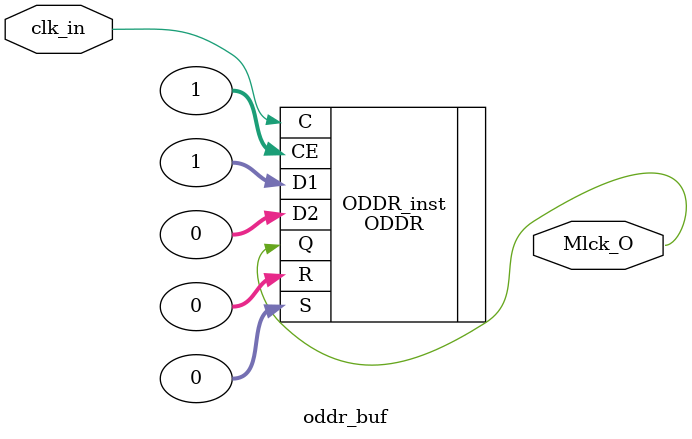
<source format=v>
module oddr_buf(
  output Mlck_O,
  input clk_in
    );

   ODDR #(
      .DDR_CLK_EDGE("OPPOSITE_EDGE"), // "OPPOSITE_EDGE" or "SAME_EDGE" 
      .INIT(1'b0),    // Initial value of Q: 1'b0 or 1'b1
      .SRTYPE("SYNC") // Set/Reset type: "SYNC" or "ASYNC" 
   ) ODDR_inst (
      .Q(Mlck_O),   // 1-bit DDR output
      .C(clk_in),   // 1-bit clock input
      .CE(1), // 1-bit clock enable input
      .D1(1), // 1-bit data input (positive edge)
      .D2(0), // 1-bit data input (negative edge)
      .R(0),   // 1-bit reset
      .S(0)    // 1-bit set
   );

endmodule

</source>
